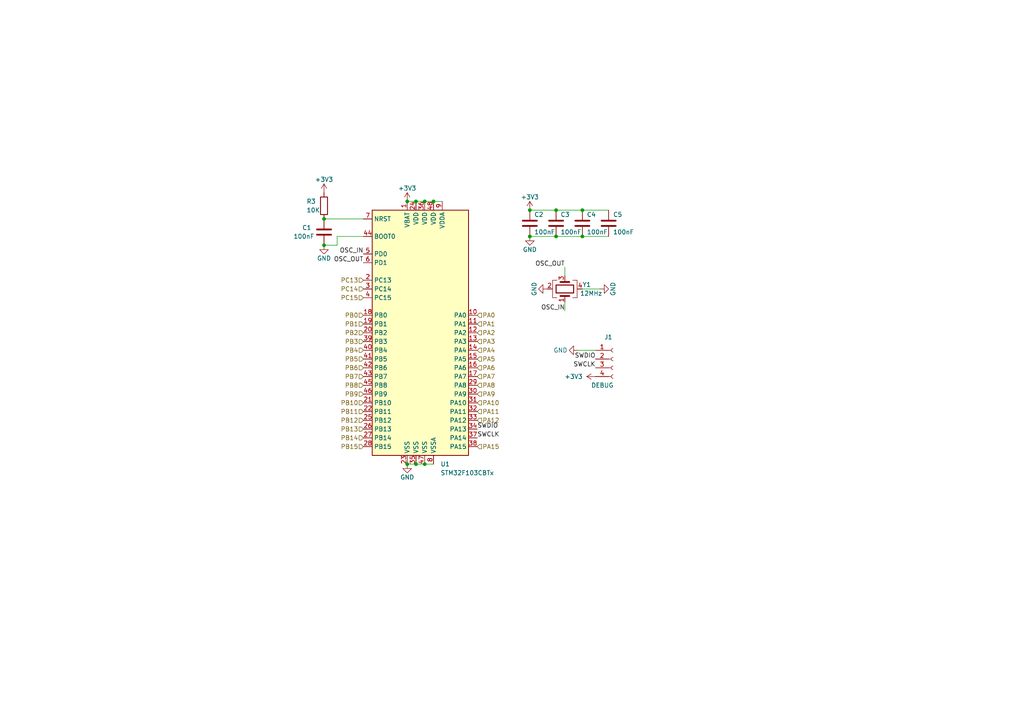
<source format=kicad_sch>
(kicad_sch (version 20230121) (generator eeschema)
  (paper "A4")
  (lib_symbols
    (symbol "Connector:Conn_01x04_Female" (pin_names (offset 1.016) hide)
      (property "Reference" "J" (at 0 5.08 0))
      (property "Value" "Conn_01x04_Female" (at 0 -7.62 0))
      (symbol "Conn_01x04_Female_1_1"
        (arc (start 0 -4.572) (mid -0.5058 -5.08) (end 0 -5.588) (stroke (width 0.1524)))
        (arc (start 0 -2.032) (mid -0.5058 -2.54) (end 0 -3.048) (stroke (width 0.1524)))
        (polyline (pts (xy -1.27 -5.08) (xy -0.508 -5.08)) (stroke (width 0.1524)))
        (polyline (pts (xy -1.27 -2.54) (xy -0.508 -2.54)) (stroke (width 0.1524)))
        (polyline (pts (xy -1.27 0) (xy -0.508 0)) (stroke (width 0.1524)))
        (polyline (pts (xy -1.27 2.54) (xy -0.508 2.54)) (stroke (width 0.1524)))
        (arc (start 0 0.508) (mid -0.5058 0) (end 0 -0.508) (stroke (width 0.1524)))
        (arc (start 0 3.048) (mid -0.5058 2.54) (end 0 2.032) (stroke (width 0.1524)))
        (pin passive line (at -5.08 2.54 0) (length 3.81) (name "Pin_1") (number "1"))
        (pin passive line (at -5.08 0 0) (length 3.81) (name "Pin_2") (number "2"))
        (pin passive line (at -5.08 -2.54 0) (length 3.81) (name "Pin_3") (number "3"))
        (pin passive line (at -5.08 -5.08 0) (length 3.81) (name "Pin_4") (number "4"))
      )
    )
    (symbol "Device:C" (pin_numbers hide) (pin_names (offset 0.254))
      (property "Reference" "C" (at 0.635 2.54 0))
      (property "Value" "C" (at 0.635 -2.54 0))
      (symbol "C_0_1"
        (polyline (pts (xy -2.032 -0.762) (xy 2.032 -0.762)) (stroke (width 0.508)))
        (polyline (pts (xy -2.032 0.762) (xy 2.032 0.762)) (stroke (width 0.508)))
      )
      (symbol "C_1_1"
        (pin passive line (at 0 3.81 270) (length 2.794) (name "~") (number "1"))
        (pin passive line (at 0 -3.81 90) (length 2.794) (name "~") (number "2"))
      )
    )
    (symbol "Device:Crystal_GND24" (pin_names (offset 1.016) hide)
      (property "Reference" "Y" (at 3.175 5.08 0))
      (property "Value" "Crystal_GND24" (at 3.175 3.175 0))
      (symbol "Crystal_GND24_0_1"
        (rectangle (start -1.143 2.54) (end 1.143 -2.54) (stroke (width 0.3048)))
        (polyline (pts (xy -2.54 0) (xy -2.032 0)))
        (polyline (pts (xy -2.032 -1.27) (xy -2.032 1.27)) (stroke (width 0.508)))
        (polyline (pts (xy 0 -3.81) (xy 0 -3.556)))
        (polyline (pts (xy 0 3.556) (xy 0 3.81)))
        (polyline (pts (xy 2.032 -1.27) (xy 2.032 1.27)) (stroke (width 0.508)))
        (polyline (pts (xy 2.032 0) (xy 2.54 0)))
        (polyline (pts (xy -2.54 -2.286) (xy -2.54 -3.556) (xy 2.54 -3.556) (xy 2.54 -2.286)))
        (polyline (pts (xy -2.54 2.286) (xy -2.54 3.556) (xy 2.54 3.556) (xy 2.54 2.286)))
      )
      (symbol "Crystal_GND24_1_1"
        (pin passive line (at -3.81 0 0) (length 1.27) (name "1") (number "1"))
        (pin passive line (at 0 5.08 270) (length 1.27) (name "2") (number "2"))
        (pin passive line (at 3.81 0 180) (length 1.27) (name "3") (number "3"))
        (pin passive line (at 0 -5.08 90) (length 1.27) (name "4") (number "4"))
      )
    )
    (symbol "Device:R" (pin_numbers hide) (pin_names (offset 0))
      (property "Reference" "R" (at 2.032 0 90))
      (property "Value" "R" (at 0 0 90))
      (symbol "R_0_1"
        (rectangle (start -1.016 -2.54) (end 1.016 2.54) (stroke (width 0.254)))
      )
      (symbol "R_1_1"
        (pin passive line (at 0 3.81 270) (length 1.27) (name "~") (number "1"))
        (pin passive line (at 0 -3.81 90) (length 1.27) (name "~") (number "2"))
      )
    )
    (symbol "MCU_ST_STM32F1:STM32F103CBTx"
      (property "Reference" "U" (at -15.24 36.83 0))
      (property "Value" "STM32F103CBTx" (at 7.62 36.83 0))
      (symbol "STM32F103CBTx_0_1"
        (rectangle (start -15.24 -35.56) (end 12.7 35.56) (stroke (width 0.254)) (fill (type background)))
      )
      (symbol "STM32F103CBTx_1_1"
        (pin power_in line (at -5.08 38.1 270) (length 2.54) (name "VBAT") (number "1"))
        (pin bidirectional line (at 15.24 5.08 180) (length 2.54) (name "PA0") (number "10"))
        (pin bidirectional line (at 15.24 2.54 180) (length 2.54) (name "PA1") (number "11"))
        (pin bidirectional line (at 15.24 0 180) (length 2.54) (name "PA2") (number "12"))
        (pin bidirectional line (at 15.24 -2.54 180) (length 2.54) (name "PA3") (number "13"))
        (pin bidirectional line (at 15.24 -5.08 180) (length 2.54) (name "PA4") (number "14"))
        (pin bidirectional line (at 15.24 -7.62 180) (length 2.54) (name "PA5") (number "15"))
        (pin bidirectional line (at 15.24 -10.16 180) (length 2.54) (name "PA6") (number "16"))
        (pin bidirectional line (at 15.24 -12.7 180) (length 2.54) (name "PA7") (number "17"))
        (pin bidirectional line (at -17.78 5.08 0) (length 2.54) (name "PB0") (number "18"))
        (pin bidirectional line (at -17.78 2.54 0) (length 2.54) (name "PB1") (number "19"))
        (pin bidirectional line (at -17.78 15.24 0) (length 2.54) (name "PC13") (number "2"))
        (pin bidirectional line (at -17.78 0 0) (length 2.54) (name "PB2") (number "20"))
        (pin bidirectional line (at -17.78 -20.32 0) (length 2.54) (name "PB10") (number "21"))
        (pin bidirectional line (at -17.78 -22.86 0) (length 2.54) (name "PB11") (number "22"))
        (pin power_in line (at -5.08 -38.1 90) (length 2.54) (name "VSS") (number "23"))
        (pin power_in line (at -2.54 38.1 270) (length 2.54) (name "VDD") (number "24"))
        (pin bidirectional line (at -17.78 -25.4 0) (length 2.54) (name "PB12") (number "25"))
        (pin bidirectional line (at -17.78 -27.94 0) (length 2.54) (name "PB13") (number "26"))
        (pin bidirectional line (at -17.78 -30.48 0) (length 2.54) (name "PB14") (number "27"))
        (pin bidirectional line (at -17.78 -33.02 0) (length 2.54) (name "PB15") (number "28"))
        (pin bidirectional line (at 15.24 -15.24 180) (length 2.54) (name "PA8") (number "29"))
        (pin bidirectional line (at -17.78 12.7 0) (length 2.54) (name "PC14") (number "3"))
        (pin bidirectional line (at 15.24 -17.78 180) (length 2.54) (name "PA9") (number "30"))
        (pin bidirectional line (at 15.24 -20.32 180) (length 2.54) (name "PA10") (number "31"))
        (pin bidirectional line (at 15.24 -22.86 180) (length 2.54) (name "PA11") (number "32"))
        (pin bidirectional line (at 15.24 -25.4 180) (length 2.54) (name "PA12") (number "33"))
        (pin bidirectional line (at 15.24 -27.94 180) (length 2.54) (name "PA13") (number "34"))
        (pin power_in line (at -2.54 -38.1 90) (length 2.54) (name "VSS") (number "35"))
        (pin power_in line (at 0 38.1 270) (length 2.54) (name "VDD") (number "36"))
        (pin bidirectional line (at 15.24 -30.48 180) (length 2.54) (name "PA14") (number "37"))
        (pin bidirectional line (at 15.24 -33.02 180) (length 2.54) (name "PA15") (number "38"))
        (pin bidirectional line (at -17.78 -2.54 0) (length 2.54) (name "PB3") (number "39"))
        (pin bidirectional line (at -17.78 10.16 0) (length 2.54) (name "PC15") (number "4"))
        (pin bidirectional line (at -17.78 -5.08 0) (length 2.54) (name "PB4") (number "40"))
        (pin bidirectional line (at -17.78 -7.62 0) (length 2.54) (name "PB5") (number "41"))
        (pin bidirectional line (at -17.78 -10.16 0) (length 2.54) (name "PB6") (number "42"))
        (pin bidirectional line (at -17.78 -12.7 0) (length 2.54) (name "PB7") (number "43"))
        (pin input line (at -17.78 27.94 0) (length 2.54) (name "BOOT0") (number "44"))
        (pin bidirectional line (at -17.78 -15.24 0) (length 2.54) (name "PB8") (number "45"))
        (pin bidirectional line (at -17.78 -17.78 0) (length 2.54) (name "PB9") (number "46"))
        (pin power_in line (at 0 -38.1 90) (length 2.54) (name "VSS") (number "47"))
        (pin power_in line (at 2.54 38.1 270) (length 2.54) (name "VDD") (number "48"))
        (pin input line (at -17.78 22.86 0) (length 2.54) (name "PD0") (number "5"))
        (pin input line (at -17.78 20.32 0) (length 2.54) (name "PD1") (number "6"))
        (pin input line (at -17.78 33.02 0) (length 2.54) (name "NRST") (number "7"))
        (pin power_in line (at 2.54 -38.1 90) (length 2.54) (name "VSSA") (number "8"))
        (pin power_in line (at 5.08 38.1 270) (length 2.54) (name "VDDA") (number "9"))
      )
    )
    (symbol "power:+3.3V" (power) (pin_names (offset 0))
      (property "Value" "+3.3V" (at 0 3.556 0))
      (symbol "+3.3V_0_1"
        (polyline (pts (xy -0.762 1.27) (xy 0 2.54)))
        (polyline (pts (xy 0 0) (xy 0 2.54)))
        (polyline (pts (xy 0 2.54) (xy 0.762 1.27)))
      )
      (symbol "+3.3V_1_1"
        (pin power_in line (at 0 0 90) (length 0) hide (name "+3V3") (number "1"))
      )
    )
    (symbol "power:GND" (power) (pin_names (offset 0))
      (property "Value" "GND" (at 0 -3.81 0))
      (symbol "GND_0_1"
        (polyline (pts (xy 0 0) (xy 0 -1.27) (xy 1.27 -1.27) (xy 0 -2.54) (xy -1.27 -1.27) (xy 0 -1.27)))
      )
      (symbol "GND_1_1"
        (pin power_in line (at 0 0 270) (length 0) hide (name "GND") (number "1"))
      )
    )
  )
  (junction (at 168.91 68.58))
  (junction (at 161.29 60.96))
  (junction (at 161.29 68.58))
  (junction (at 168.91 60.96))
  (junction (at 125.73 58.42))
  (junction (at 153.67 68.58))
  (junction (at 153.67 60.96))
  (junction (at 123.19 134.62))
  (junction (at 120.65 58.42))
  (junction (at 118.11 134.62))
  (junction (at 93.98 63.5))
  (junction (at 118.11 58.42))
  (junction (at 93.98 71.12))
  (junction (at 120.65 134.62))
  (junction (at 123.19 58.42))
  (wire (pts (xy 118.11 134.62) (xy 120.65 134.62)))
  (wire (pts (xy 93.98 71.12) (xy 97.79 71.12)))
  (wire (pts (xy 123.19 134.62) (xy 125.73 134.62)))
  (wire (pts (xy 93.98 63.5) (xy 105.41 63.5)))
  (wire (pts (xy 168.91 60.96) (xy 176.53 60.96)))
  (wire (pts (xy 161.29 68.58) (xy 168.91 68.58)))
  (wire (pts (xy 168.91 68.58) (xy 176.53 68.58)))
  (wire (pts (xy 97.79 68.58) (xy 105.41 68.58)))
  (wire (pts (xy 167.64 101.6) (xy 172.72 101.6)))
  (wire (pts (xy 163.83 87.63) (xy 163.83 90.17)))
  (wire (pts (xy 168.91 83.82) (xy 173.99 83.82)))
  (wire (pts (xy 120.65 58.42) (xy 123.19 58.42)))
  (wire (pts (xy 125.73 58.42) (xy 128.27 58.42)))
  (wire (pts (xy 118.11 58.42) (xy 120.65 58.42)))
  (wire (pts (xy 161.29 60.96) (xy 168.91 60.96)))
  (wire (pts (xy 97.79 71.12) (xy 97.79 68.58)))
  (wire (pts (xy 123.19 58.42) (xy 125.73 58.42)))
  (wire (pts (xy 153.67 68.58) (xy 161.29 68.58)))
  (wire (pts (xy 153.67 60.96) (xy 161.29 60.96)))
  (wire (pts (xy 163.83 77.47) (xy 163.83 80.01)))
  (wire (pts (xy 120.65 134.62) (xy 123.19 134.62)))
  (label "SWCLK" (at 172.72 106.68 180))
  (label "SWCLK" (at 138.43 127 0))
  (label "OSC_OUT" (at 105.41 76.2 180))
  (label "OSC_IN" (at 105.41 73.66 180))
  (label "OSC_IN" (at 163.83 90.17 180))
  (label "SWDIO" (at 172.72 104.14 180))
  (label "OSC_OUT" (at 163.83 77.47 180))
  (label "SWDIO" (at 138.43 124.46 0))
  (hierarchical_label "PC15" (shape input) (at 105.41 86.36 180))
  (hierarchical_label "PA15" (shape input) (at 138.43 129.54 0))
  (hierarchical_label "PC13" (shape input) (at 105.41 81.28 180))
  (hierarchical_label "PB0" (shape input) (at 105.41 91.44 180))
  (hierarchical_label "PB13" (shape input) (at 105.41 124.46 180))
  (hierarchical_label "PA1" (shape input) (at 138.43 93.98 0))
  (hierarchical_label "PA5" (shape input) (at 138.43 104.14 0))
  (hierarchical_label "PB3" (shape input) (at 105.41 99.06 180))
  (hierarchical_label "PB9" (shape input) (at 105.41 114.3 180))
  (hierarchical_label "PB2" (shape input) (at 105.41 96.52 180))
  (hierarchical_label "PA8" (shape input) (at 138.43 111.76 0))
  (hierarchical_label "PA0" (shape input) (at 138.43 91.44 0))
  (hierarchical_label "PB8" (shape input) (at 105.41 111.76 180))
  (hierarchical_label "PB11" (shape input) (at 105.41 119.38 180))
  (hierarchical_label "PB5" (shape input) (at 105.41 104.14 180))
  (hierarchical_label "PB6" (shape input) (at 105.41 106.68 180))
  (hierarchical_label "PA10" (shape input) (at 138.43 116.84 0))
  (hierarchical_label "PA4" (shape input) (at 138.43 101.6 0))
  (hierarchical_label "PA9" (shape input) (at 138.43 114.3 0))
  (hierarchical_label "PA7" (shape input) (at 138.43 109.22 0))
  (hierarchical_label "PB14" (shape input) (at 105.41 127 180))
  (hierarchical_label "PB1" (shape input) (at 105.41 93.98 180))
  (hierarchical_label "PA2" (shape input) (at 138.43 96.52 0))
  (hierarchical_label "PA12" (shape input) (at 138.43 121.92 0))
  (hierarchical_label "PB12" (shape input) (at 105.41 121.92 180))
  (hierarchical_label "PA3" (shape input) (at 138.43 99.06 0))
  (hierarchical_label "PA11" (shape input) (at 138.43 119.38 0))
  (hierarchical_label "PA6" (shape input) (at 138.43 106.68 0))
  (hierarchical_label "PB15" (shape input) (at 105.41 129.54 180))
  (hierarchical_label "PB10" (shape input) (at 105.41 116.84 180))
  (hierarchical_label "PB4" (shape input) (at 105.41 101.6 180))
  (hierarchical_label "PC14" (shape input) (at 105.41 83.82 180))
  (hierarchical_label "PB7" (shape input) (at 105.41 109.22 180))
  (symbol (lib_id "Device:C") (at 161.29 64.77 0) (unit 1)
    (property "Reference" "C3" (at 162.56 62.23 0) (effects (justify left)))
    (property "Value" "100nF" (at 162.56 67.31 0) (effects (justify left)))
    (property "Footprint" "Capacitor_SMD:C_0603_1608Metric_Pad1.08x0.95mm_HandSolder" (effects hide))
  )
  (symbol (lib_id "power:GND") (at 93.98 71.12 0) (unit 1)
    (property "Reference" "#PWR04" (effects hide))
    (property "Value" "GND" (at 93.98 74.93 0))
  )
  (symbol (lib_id "power:GND") (at 158.75 83.82 270) (unit 1)
    (property "Reference" "#PWR09" (effects hide))
    (property "Value" "GND" (at 154.94 83.82 0))
  )
  (symbol (lib_id "power:GND") (at 118.11 134.62 0) (unit 1)
    (property "Reference" "#PWR06" (effects hide))
    (property "Value" "GND" (at 118.11 138.43 0))
  )
  (symbol (lib_id "Device:C") (at 153.67 64.77 0) (unit 1)
    (property "Reference" "C2" (at 154.94 62.23 0) (effects (justify left)))
    (property "Value" "100nF" (at 154.94 67.31 0) (effects (justify left)))
    (property "Footprint" "Capacitor_SMD:C_0603_1608Metric_Pad1.08x0.95mm_HandSolder" (effects hide))
  )
  (symbol (lib_id "power:+3.3V") (at 153.67 60.96 0) (unit 1)
    (property "Reference" "#PWR07" (effects hide))
    (property "Value" "+3.3V" (at 153.67 57.15 0))
  )
  (symbol (lib_id "power:GND") (at 153.67 68.58 0) (unit 1)
    (property "Reference" "#PWR08" (effects hide))
    (property "Value" "GND" (at 153.67 72.39 0))
  )
  (symbol (lib_id "Device:C") (at 176.53 64.77 0) (unit 1)
    (property "Reference" "C5" (at 177.8 62.23 0) (effects (justify left)))
    (property "Value" "100nF" (at 177.8 67.31 0) (effects (justify left)))
    (property "Footprint" "Capacitor_SMD:C_0603_1608Metric_Pad1.08x0.95mm_HandSolder" (effects hide))
  )
  (symbol (lib_id "power:+3.3V") (at 93.98 55.88 0) (unit 1)
    (property "Reference" "#PWR03" (effects hide))
    (property "Value" "+3.3V" (at 93.98 52.07 0))
  )
  (symbol (lib_id "Device:C") (at 168.91 64.77 0) (unit 1)
    (property "Reference" "C4" (at 170.18 62.23 0) (effects (justify left)))
    (property "Value" "100nF" (at 170.18 67.31 0) (effects (justify left)))
    (property "Footprint" "Capacitor_SMD:C_0603_1608Metric_Pad1.08x0.95mm_HandSolder" (effects hide))
  )
  (symbol (lib_id "power:GND") (at 167.64 101.6 270) (unit 1)
    (property "Reference" "#PWR010" (effects hide))
    (property "Value" "GND" (at 162.56 101.6 90))
  )
  (symbol (lib_id "power:+3.3V") (at 118.11 58.42 0) (unit 1)
    (property "Reference" "#PWR05" (effects hide))
    (property "Value" "+3.3V" (at 118.11 54.61 0))
  )
  (symbol (lib_id "Device:Crystal_GND24") (at 163.83 83.82 90) (unit 1)
    (property "Reference" "Y1" (at 170.18 82.55 90))
    (property "Value" "12MHz" (at 171.45 85.09 90))
    (property "Footprint" "Crystal:Crystal_SMD_3225-4Pin_3.2x2.5mm" (effects hide))
  )
  (symbol (lib_id "power:+3.3V") (at 172.72 109.22 90) (unit 1)
    (property "Reference" "#PWR011" (effects hide))
    (property "Value" "+3.3V" (at 166.37 109.22 90))
  )
  (symbol (lib_id "Device:R") (at 93.98 59.69 0) (unit 1)
    (property "Reference" "R3" (at 88.9 58.42 0) (effects (justify left)))
    (property "Value" "10K" (at 88.9 60.96 0) (effects (justify left)))
    (property "Footprint" "Resistor_SMD:R_0603_1608Metric_Pad0.98x0.95mm_HandSolder" (effects hide))
  )
  (symbol (lib_id "Connector:Conn_01x04_Female") (at 177.8 104.14 0) (unit 1)
    (property "Reference" "J1" (at 175.26 97.79 0) (effects (justify left)))
    (property "Value" "DEBUG" (at 171.45 111.76 0) (effects (justify left)))
    (property "Footprint" "Connector_JST:JST_SH_SM04B-SRSS-TB_1x04-1MP_P1.00mm_Horizontal" (effects hide))
  )
  (symbol (lib_id "MCU_ST_STM32F1:STM32F103CBTx") (at 123.19 96.52 0) (unit 1)
    (property "Reference" "U1" (at 127.7494 134.62 0) (effects (justify left)))
    (property "Value" "STM32F103CBTx" (at 127.7494 137.16 0) (effects (justify left)))
    (property "Footprint" "Package_QFP:LQFP-48_7x7mm_P0.5mm" (effects hide))
    (property "Datasheet" "http://www.st.com/st-web-ui/static/active/en/resource/technical/document/datasheet/CD00161566.pdf" (effects hide))
  )
  (symbol (lib_id "power:GND") (at 173.99 83.82 90) (unit 1)
    (property "Reference" "#PWR013" (effects hide))
    (property "Value" "GND" (at 177.8 83.82 0))
  )
  (symbol (lib_id "Device:C") (at 93.98 67.31 0) (unit 1)
    (property "Reference" "C1" (at 87.63 66.04 0) (effects (justify left)))
    (property "Value" "100nF" (at 85.09 68.58 0) (effects (justify left)))
    (property "Footprint" "Capacitor_SMD:C_0603_1608Metric_Pad1.08x0.95mm_HandSolder" (effects hide))
  )
)
</source>
